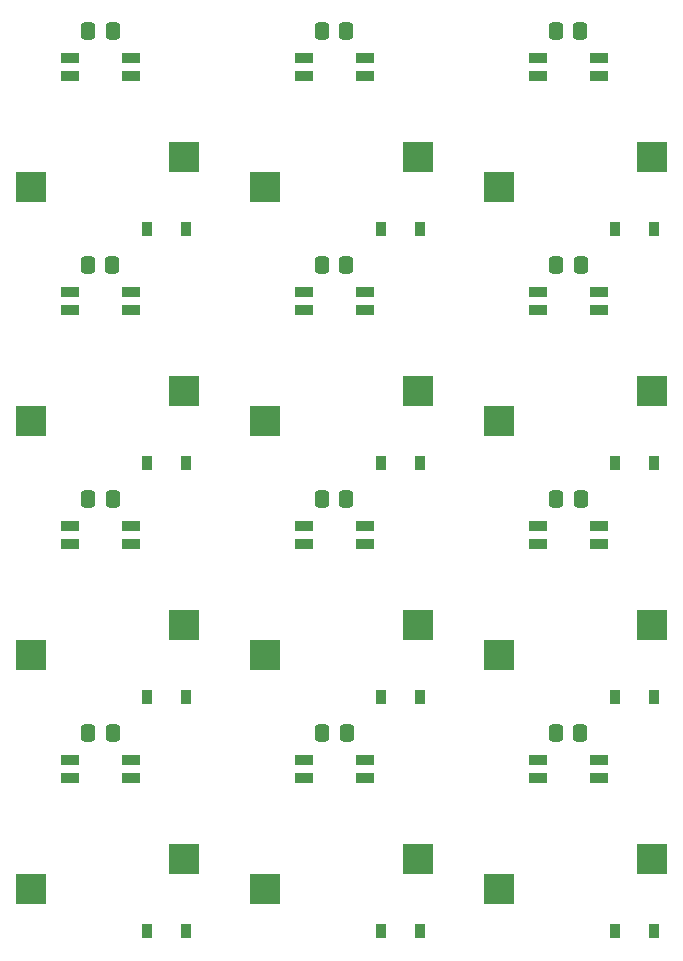
<source format=gbr>
%TF.GenerationSoftware,KiCad,Pcbnew,5.99.0-1.20210824gita02ea16.fc34*%
%TF.CreationDate,2021-08-29T08:53:42+03:00*%
%TF.ProjectId,Macropad,4d616372-6f70-4616-942e-6b696361645f,rev?*%
%TF.SameCoordinates,Original*%
%TF.FileFunction,Paste,Bot*%
%TF.FilePolarity,Positive*%
%FSLAX46Y46*%
G04 Gerber Fmt 4.6, Leading zero omitted, Abs format (unit mm)*
G04 Created by KiCad (PCBNEW 5.99.0-1.20210824gita02ea16.fc34) date 2021-08-29 08:53:42*
%MOMM*%
%LPD*%
G01*
G04 APERTURE LIST*
G04 Aperture macros list*
%AMRoundRect*
0 Rectangle with rounded corners*
0 $1 Rounding radius*
0 $2 $3 $4 $5 $6 $7 $8 $9 X,Y pos of 4 corners*
0 Add a 4 corners polygon primitive as box body*
4,1,4,$2,$3,$4,$5,$6,$7,$8,$9,$2,$3,0*
0 Add four circle primitives for the rounded corners*
1,1,$1+$1,$2,$3*
1,1,$1+$1,$4,$5*
1,1,$1+$1,$6,$7*
1,1,$1+$1,$8,$9*
0 Add four rect primitives between the rounded corners*
20,1,$1+$1,$2,$3,$4,$5,0*
20,1,$1+$1,$4,$5,$6,$7,0*
20,1,$1+$1,$6,$7,$8,$9,0*
20,1,$1+$1,$8,$9,$2,$3,0*%
G04 Aperture macros list end*
%ADD10RoundRect,0.082000X-0.718000X0.328000X-0.718000X-0.328000X0.718000X-0.328000X0.718000X0.328000X0*%
%ADD11R,2.550000X2.500000*%
%ADD12RoundRect,0.250000X0.337500X0.475000X-0.337500X0.475000X-0.337500X-0.475000X0.337500X-0.475000X0*%
%ADD13R,0.900000X1.200000*%
G04 APERTURE END LIST*
D10*
%TO.C,LED1*%
X86300000Y-60718000D03*
X86300000Y-62218000D03*
X91500000Y-62218000D03*
X91500000Y-60718000D03*
%TD*%
%TO.C,LED2*%
X106112000Y-60718000D03*
X106112000Y-62218000D03*
X111312000Y-62218000D03*
X111312000Y-60718000D03*
%TD*%
%TO.C,LED3*%
X125924000Y-60718000D03*
X125924000Y-62218000D03*
X131124000Y-62218000D03*
X131124000Y-60718000D03*
%TD*%
%TO.C,LED4*%
X86300000Y-80530000D03*
X86300000Y-82030000D03*
X91500000Y-82030000D03*
X91500000Y-80530000D03*
%TD*%
%TO.C,LED5*%
X106112000Y-80530000D03*
X106112000Y-82030000D03*
X111312000Y-82030000D03*
X111312000Y-80530000D03*
%TD*%
%TO.C,LED6*%
X125924000Y-80530000D03*
X125924000Y-82030000D03*
X131124000Y-82030000D03*
X131124000Y-80530000D03*
%TD*%
%TO.C,LED7*%
X86300000Y-100342000D03*
X86300000Y-101842000D03*
X91500000Y-101842000D03*
X91500000Y-100342000D03*
%TD*%
%TO.C,LED8*%
X106112000Y-100342000D03*
X106112000Y-101842000D03*
X111312000Y-101842000D03*
X111312000Y-100342000D03*
%TD*%
%TO.C,LED9*%
X125924000Y-100342000D03*
X125924000Y-101842000D03*
X131124000Y-101842000D03*
X131124000Y-100342000D03*
%TD*%
%TO.C,LED10*%
X86300000Y-120154000D03*
X86300000Y-121654000D03*
X91500000Y-121654000D03*
X91500000Y-120154000D03*
%TD*%
%TO.C,LED11*%
X106112000Y-120154000D03*
X106112000Y-121654000D03*
X111312000Y-121654000D03*
X111312000Y-120154000D03*
%TD*%
%TO.C,LED12*%
X125924000Y-120154000D03*
X125924000Y-121654000D03*
X131124000Y-121654000D03*
X131124000Y-120154000D03*
%TD*%
D11*
%TO.C,SW1*%
X95985000Y-69088000D03*
X83058000Y-71628000D03*
%TD*%
%TO.C,SW2*%
X115797000Y-69088000D03*
X102870000Y-71628000D03*
%TD*%
%TO.C,SW3*%
X135609000Y-69088000D03*
X122682000Y-71628000D03*
%TD*%
%TO.C,SW4*%
X95985000Y-88900000D03*
X83058000Y-91440000D03*
%TD*%
%TO.C,SW5*%
X115797000Y-88900000D03*
X102870000Y-91440000D03*
%TD*%
%TO.C,SW6*%
X135609000Y-88900000D03*
X122682000Y-91440000D03*
%TD*%
%TO.C,SW7*%
X95985000Y-108712000D03*
X83058000Y-111252000D03*
%TD*%
%TO.C,SW8*%
X115797000Y-108712000D03*
X102870000Y-111252000D03*
%TD*%
%TO.C,SW9*%
X135609000Y-108712000D03*
X122682000Y-111252000D03*
%TD*%
%TO.C,SW10*%
X95985000Y-128524000D03*
X83058000Y-131064000D03*
%TD*%
%TO.C,SW11*%
X115797000Y-128524000D03*
X102870000Y-131064000D03*
%TD*%
%TO.C,SW12*%
X135609000Y-128524000D03*
X122682000Y-131064000D03*
%TD*%
D12*
%TO.C,C1*%
X89937500Y-58420000D03*
X87862500Y-58420000D03*
%TD*%
%TO.C,C2*%
X109728000Y-58420000D03*
X107653000Y-58420000D03*
%TD*%
%TO.C,C3*%
X129540000Y-58420000D03*
X127465000Y-58420000D03*
%TD*%
%TO.C,C4*%
X89916000Y-78232000D03*
X87841000Y-78232000D03*
%TD*%
%TO.C,C5*%
X109728000Y-78232000D03*
X107653000Y-78232000D03*
%TD*%
%TO.C,C6*%
X129561500Y-78232000D03*
X127486500Y-78232000D03*
%TD*%
%TO.C,C7*%
X89937500Y-98044000D03*
X87862500Y-98044000D03*
%TD*%
%TO.C,C8*%
X109728000Y-98044000D03*
X107653000Y-98044000D03*
%TD*%
%TO.C,C9*%
X129561500Y-98044000D03*
X127486500Y-98044000D03*
%TD*%
%TO.C,C10*%
X89937500Y-117856000D03*
X87862500Y-117856000D03*
%TD*%
%TO.C,C11*%
X109749500Y-117856000D03*
X107674500Y-117856000D03*
%TD*%
%TO.C,C12*%
X129540000Y-117856000D03*
X127465000Y-117856000D03*
%TD*%
D13*
%TO.C,D1*%
X92838000Y-75184000D03*
X96138000Y-75184000D03*
%TD*%
%TO.C,D2*%
X112650000Y-75184000D03*
X115950000Y-75184000D03*
%TD*%
%TO.C,D3*%
X132462000Y-75184000D03*
X135762000Y-75184000D03*
%TD*%
%TO.C,D4*%
X92838000Y-94996000D03*
X96138000Y-94996000D03*
%TD*%
%TO.C,D5*%
X112650000Y-94996000D03*
X115950000Y-94996000D03*
%TD*%
%TO.C,D6*%
X132462000Y-94996000D03*
X135762000Y-94996000D03*
%TD*%
%TO.C,D7*%
X92838000Y-114808000D03*
X96138000Y-114808000D03*
%TD*%
%TO.C,D8*%
X112650000Y-114808000D03*
X115950000Y-114808000D03*
%TD*%
%TO.C,D9*%
X132462000Y-114808000D03*
X135762000Y-114808000D03*
%TD*%
%TO.C,D10*%
X92838000Y-134620000D03*
X96138000Y-134620000D03*
%TD*%
%TO.C,D11*%
X112650000Y-134620000D03*
X115950000Y-134620000D03*
%TD*%
%TO.C,D12*%
X132462000Y-134620000D03*
X135762000Y-134620000D03*
%TD*%
M02*

</source>
